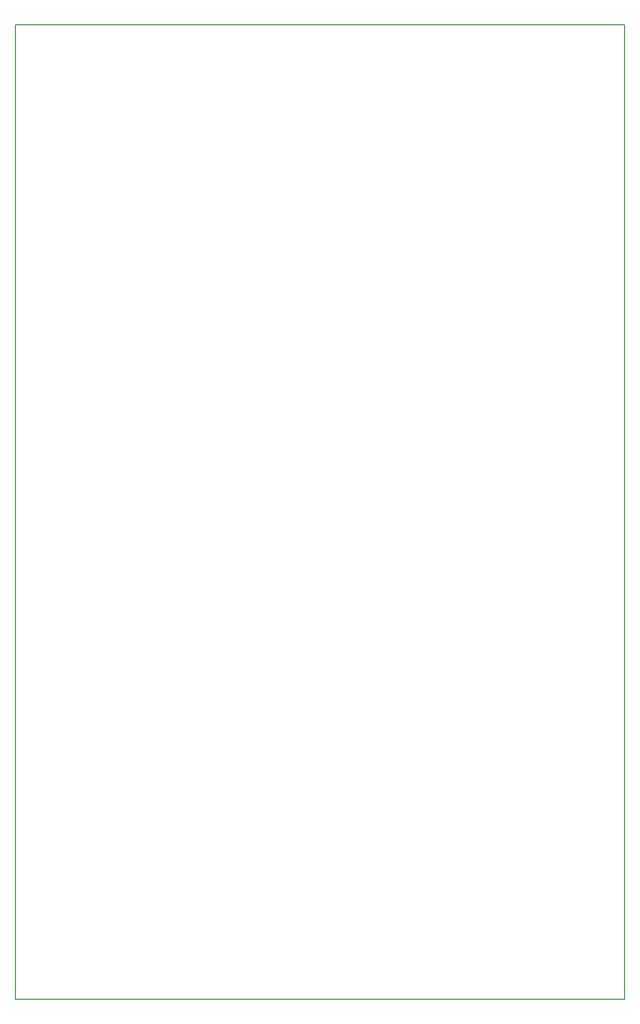
<source format=gbr>
G04 (created by PCBNEW (2013-june-11)-stable) date Thu 26 Dec 2013 21:04:28 CET*
%MOIN*%
G04 Gerber Fmt 3.4, Leading zero omitted, Abs format*
%FSLAX34Y34*%
G01*
G70*
G90*
G04 APERTURE LIST*
%ADD10C,0.006*%
%ADD11C,0.00590551*%
G04 APERTURE END LIST*
G54D10*
G54D11*
X65429Y-18503D02*
X65429Y-81496D01*
X26059Y-18503D02*
X65429Y-18503D01*
X26059Y-81496D02*
X65429Y-81496D01*
X26059Y-18503D02*
X26059Y-81496D01*
M02*

</source>
